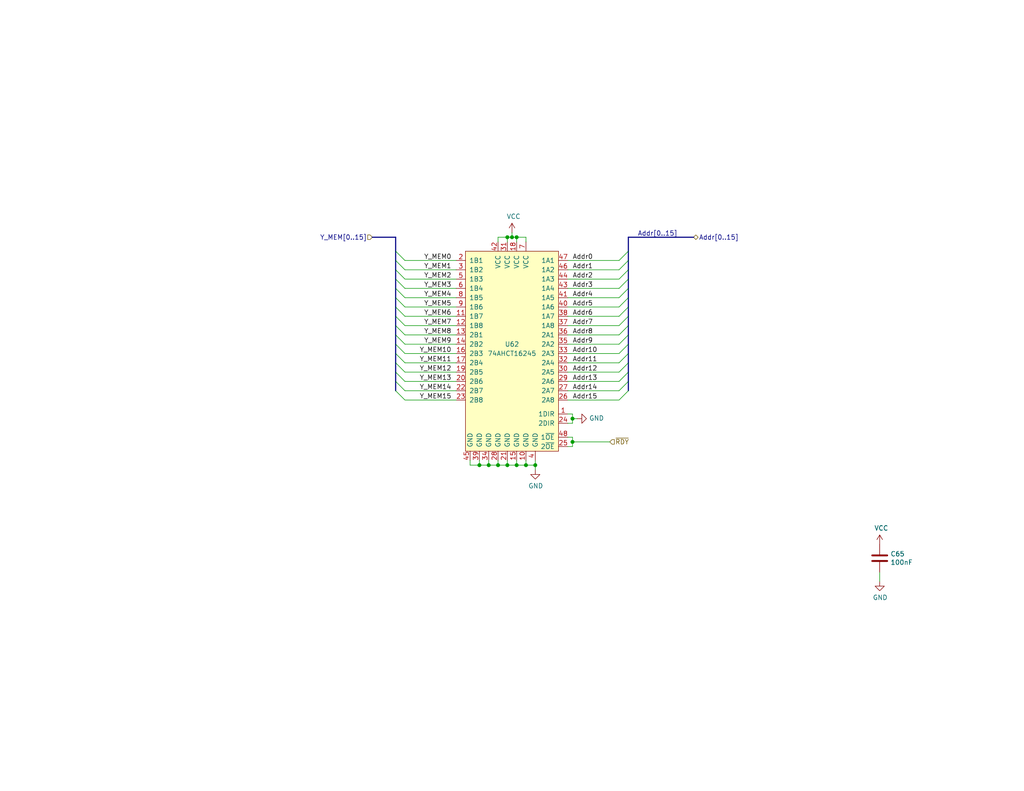
<source format=kicad_sch>
(kicad_sch (version 20211123) (generator eeschema)
  (paper "USLetter")
  (title_block (title "MEM: Buffer ALUResult") (date "2022-04-23") (rev "C") (comment 4 "Buffer the effective address before it leaves the main board."))
  (lib_symbols
    (symbol "74xx (kicad5):74AHCT16245_ba" (pin_names (offset 1.016))
      (property "Reference" "U" (at 0 1.27 0))
      (property "Value" "74AHCT16245_ba" (at 0 -1.27 0))
      (symbol "74AHCT16245_ba_0_1"
        (rectangle (start -12.7 26.67) (end 12.7 -27.94) (fill (type background)))
      )
      (symbol "74AHCT16245_ba_1_1"
        (pin input line (at -15.24 -17.78 0) (length 2.54) (name "1DIR") (number "1"))
        (pin power_in line (at -3.81 -30.48 90) (length 2.54) (name "GND") (number "10"))
        (pin input line (at 15.24 8.89 180) (length 2.54) (name "1B7") (number "11"))
        (pin input line (at 15.24 6.35 180) (length 2.54) (name "1B8") (number "12"))
        (pin input line (at 15.24 3.81 180) (length 2.54) (name "2B1") (number "13"))
        (pin input line (at 15.24 1.27 180) (length 2.54) (name "2B2") (number "14"))
        (pin power_in line (at -1.27 -30.48 90) (length 2.54) (name "GND") (number "15"))
        (pin input line (at 15.24 -1.27 180) (length 2.54) (name "2B3") (number "16"))
        (pin input line (at 15.24 -3.81 180) (length 2.54) (name "2B4") (number "17"))
        (pin power_in line (at -1.27 29.21 270) (length 2.54) (name "VCC") (number "18"))
        (pin input line (at 15.24 -6.35 180) (length 2.54) (name "2B5") (number "19"))
        (pin input line (at 15.24 24.13 180) (length 2.54) (name "1B1") (number "2"))
        (pin input line (at 15.24 -8.89 180) (length 2.54) (name "2B6") (number "20"))
        (pin power_in line (at 1.27 -30.48 90) (length 2.54) (name "GND") (number "21"))
        (pin input line (at 15.24 -11.43 180) (length 2.54) (name "2B7") (number "22"))
        (pin input line (at 15.24 -13.97 180) (length 2.54) (name "2B8") (number "23"))
        (pin input line (at -15.24 -20.32 0) (length 2.54) (name "2DIR") (number "24"))
        (pin input line (at -15.24 -26.67 0) (length 2.54) (name "2~{OE}") (number "25"))
        (pin tri_state line (at -15.24 -13.97 0) (length 2.54) (name "2A8") (number "26"))
        (pin tri_state line (at -15.24 -11.43 0) (length 2.54) (name "2A7") (number "27"))
        (pin power_in line (at 3.81 -30.48 90) (length 2.54) (name "GND") (number "28"))
        (pin tri_state line (at -15.24 -8.89 0) (length 2.54) (name "2A6") (number "29"))
        (pin input line (at 15.24 21.59 180) (length 2.54) (name "1B2") (number "3"))
        (pin tri_state line (at -15.24 -6.35 0) (length 2.54) (name "2A5") (number "30"))
        (pin power_in line (at 1.27 29.21 270) (length 2.54) (name "VCC") (number "31"))
        (pin tri_state line (at -15.24 -3.81 0) (length 2.54) (name "2A4") (number "32"))
        (pin tri_state line (at -15.24 -1.27 0) (length 2.54) (name "2A3") (number "33"))
        (pin power_in line (at 6.35 -30.48 90) (length 2.54) (name "GND") (number "34"))
        (pin tri_state line (at -15.24 1.27 0) (length 2.54) (name "2A2") (number "35"))
        (pin tri_state line (at -15.24 3.81 0) (length 2.54) (name "2A1") (number "36"))
        (pin tri_state line (at -15.24 6.35 0) (length 2.54) (name "1A8") (number "37"))
        (pin tri_state line (at -15.24 8.89 0) (length 2.54) (name "1A7") (number "38"))
        (pin power_in line (at 8.89 -30.48 90) (length 2.54) (name "GND") (number "39"))
        (pin power_in line (at -6.35 -30.48 90) (length 2.54) (name "GND") (number "4"))
        (pin tri_state line (at -15.24 11.43 0) (length 2.54) (name "1A6") (number "40"))
        (pin tri_state line (at -15.24 13.97 0) (length 2.54) (name "1A5") (number "41"))
        (pin power_in line (at 3.81 29.21 270) (length 2.54) (name "VCC") (number "42"))
        (pin tri_state line (at -15.24 16.51 0) (length 2.54) (name "1A4") (number "43"))
        (pin tri_state line (at -15.24 19.05 0) (length 2.54) (name "1A3") (number "44"))
        (pin power_in line (at 11.43 -30.48 90) (length 2.54) (name "GND") (number "45"))
        (pin tri_state line (at -15.24 21.59 0) (length 2.54) (name "1A2") (number "46"))
        (pin tri_state line (at -15.24 24.13 0) (length 2.54) (name "1A1") (number "47"))
        (pin input line (at -15.24 -24.13 0) (length 2.54) (name "1~{OE}") (number "48"))
        (pin input line (at 15.24 19.05 180) (length 2.54) (name "1B3") (number "5"))
        (pin input line (at 15.24 16.51 180) (length 2.54) (name "1B4") (number "6"))
        (pin power_in line (at -3.81 29.21 270) (length 2.54) (name "VCC") (number "7"))
        (pin input line (at 15.24 13.97 180) (length 2.54) (name "1B5") (number "8"))
        (pin input line (at 15.24 11.43 180) (length 2.54) (name "1B6") (number "9"))
      )
    )
    (symbol "Device:C" (pin_numbers hide) (pin_names (offset 0.254))
      (property "Reference" "C" (at 0.635 2.54 0))
      (property "Value" "C" (at 0.635 -2.54 0))
      (symbol "C_0_1"
        (polyline (pts (xy -2.032 -0.762) (xy 2.032 -0.762)) (stroke (width 0.508)))
        (polyline (pts (xy -2.032 0.762) (xy 2.032 0.762)) (stroke (width 0.508)))
      )
      (symbol "C_1_1"
        (pin passive line (at 0 3.81 270) (length 2.794) (name "~") (number "1"))
        (pin passive line (at 0 -3.81 90) (length 2.794) (name "~") (number "2"))
      )
    )
    (symbol "power:GND" (power) (pin_names (offset 0))
      (property "Value" "GND" (at 0 -3.81 0))
      (symbol "GND_0_1"
        (polyline (pts (xy 0 0) (xy 0 -1.27) (xy 1.27 -1.27) (xy 0 -2.54) (xy -1.27 -1.27) (xy 0 -1.27)))
      )
      (symbol "GND_1_1"
        (pin power_in line (at 0 0 270) (length 0) hide (name "GND") (number "1"))
      )
    )
    (symbol "power:VCC" (power) (pin_names (offset 0))
      (property "Value" "VCC" (at 0 3.81 0))
      (symbol "VCC_0_1"
        (polyline (pts (xy -0.762 1.27) (xy 0 2.54)))
        (polyline (pts (xy 0 0) (xy 0 2.54)))
        (polyline (pts (xy 0 2.54) (xy 0.762 1.27)))
      )
      (symbol "VCC_1_1"
        (pin power_in line (at 0 0 90) (length 0) hide (name "VCC") (number "1"))
      )
    )
  )
  (junction (at 156.21 114.3))
  (junction (at 130.81 127))
  (junction (at 138.43 64.77))
  (junction (at 138.43 127))
  (junction (at 156.21 120.65))
  (junction (at 146.05 127))
  (junction (at 135.89 127))
  (junction (at 143.51 127))
  (junction (at 140.97 64.77))
  (junction (at 139.7 64.77))
  (junction (at 140.97 127))
  (junction (at 133.35 127))
  (bus_entry (at 110.49 88.9) (size -2.54 -2.54))
  (bus_entry (at 168.91 104.14) (size 2.54 -2.54))
  (bus_entry (at 110.49 91.44) (size -2.54 -2.54))
  (bus_entry (at 168.91 81.28) (size 2.54 -2.54))
  (bus_entry (at 110.49 81.28) (size -2.54 -2.54))
  (bus_entry (at 110.49 109.22) (size -2.54 -2.54))
  (bus_entry (at 168.91 101.6) (size 2.54 -2.54))
  (bus_entry (at 168.91 91.44) (size 2.54 -2.54))
  (bus_entry (at 110.49 93.98) (size -2.54 -2.54))
  (bus_entry (at 110.49 96.52) (size -2.54 -2.54))
  (bus_entry (at 168.91 71.12) (size 2.54 -2.54))
  (bus_entry (at 110.49 73.66) (size -2.54 -2.54))
  (bus_entry (at 110.49 71.12) (size -2.54 -2.54))
  (bus_entry (at 168.91 76.2) (size 2.54 -2.54))
  (bus_entry (at 168.91 106.68) (size 2.54 -2.54))
  (bus_entry (at 110.49 101.6) (size -2.54 -2.54))
  (bus_entry (at 110.49 83.82) (size -2.54 -2.54))
  (bus_entry (at 168.91 93.98) (size 2.54 -2.54))
  (bus_entry (at 168.91 109.22) (size 2.54 -2.54))
  (bus_entry (at 168.91 99.06) (size 2.54 -2.54))
  (bus_entry (at 110.49 104.14) (size -2.54 -2.54))
  (bus_entry (at 110.49 99.06) (size -2.54 -2.54))
  (bus_entry (at 168.91 96.52) (size 2.54 -2.54))
  (bus_entry (at 110.49 86.36) (size -2.54 -2.54))
  (bus_entry (at 168.91 88.9) (size 2.54 -2.54))
  (bus_entry (at 168.91 86.36) (size 2.54 -2.54))
  (bus_entry (at 168.91 78.74) (size 2.54 -2.54))
  (bus_entry (at 110.49 76.2) (size -2.54 -2.54))
  (bus_entry (at 110.49 106.68) (size -2.54 -2.54))
  (bus_entry (at 168.91 73.66) (size 2.54 -2.54))
  (bus_entry (at 168.91 83.82) (size 2.54 -2.54))
  (bus_entry (at 110.49 78.74) (size -2.54 -2.54))
  (wire (pts (xy 135.89 66.04) (xy 135.89 64.77)))
  (wire (pts (xy 168.91 93.98) (xy 154.94 93.98)))
  (wire (pts (xy 156.21 121.92) (xy 154.94 121.92)))
  (wire (pts (xy 168.91 106.68) (xy 154.94 106.68)))
  (wire (pts (xy 168.91 71.12) (xy 154.94 71.12)))
  (wire (pts (xy 143.51 127) (xy 143.51 125.73)))
  (wire (pts (xy 138.43 66.04) (xy 138.43 64.77)))
  (wire (pts (xy 156.21 115.57) (xy 154.94 115.57)))
  (wire (pts (xy 168.91 76.2) (xy 154.94 76.2)))
  (bus (pts (xy 171.45 68.58) (xy 171.45 71.12)))
  (wire (pts (xy 146.05 128.27) (xy 146.05 127)))
  (wire (pts (xy 138.43 127) (xy 135.89 127)))
  (bus (pts (xy 171.45 86.36) (xy 171.45 88.9)))
  (wire (pts (xy 110.49 106.68) (xy 124.46 106.68)))
  (bus (pts (xy 107.95 91.44) (xy 107.95 93.98)))
  (wire (pts (xy 110.49 88.9) (xy 124.46 88.9)))
  (wire (pts (xy 168.91 86.36) (xy 154.94 86.36)))
  (wire (pts (xy 110.49 101.6) (xy 124.46 101.6)))
  (wire (pts (xy 143.51 64.77) (xy 143.51 66.04)))
  (wire (pts (xy 140.97 127) (xy 143.51 127)))
  (bus (pts (xy 107.95 71.12) (xy 107.95 73.66)))
  (bus (pts (xy 171.45 81.28) (xy 171.45 83.82)))
  (wire (pts (xy 168.91 78.74) (xy 154.94 78.74)))
  (wire (pts (xy 110.49 81.28) (xy 124.46 81.28)))
  (wire (pts (xy 110.49 78.74) (xy 124.46 78.74)))
  (wire (pts (xy 168.91 99.06) (xy 154.94 99.06)))
  (wire (pts (xy 135.89 127) (xy 135.89 125.73)))
  (wire (pts (xy 139.7 64.77) (xy 140.97 64.77)))
  (wire (pts (xy 168.91 88.9) (xy 154.94 88.9)))
  (wire (pts (xy 146.05 127) (xy 146.05 125.73)))
  (wire (pts (xy 156.21 120.65) (xy 156.21 121.92)))
  (wire (pts (xy 140.97 127) (xy 140.97 125.73)))
  (wire (pts (xy 110.49 71.12) (xy 124.46 71.12)))
  (bus (pts (xy 107.95 78.74) (xy 107.95 81.28)))
  (wire (pts (xy 110.49 86.36) (xy 124.46 86.36)))
  (bus (pts (xy 107.95 83.82) (xy 107.95 86.36)))
  (wire (pts (xy 128.27 125.73) (xy 128.27 127)))
  (wire (pts (xy 110.49 83.82) (xy 124.46 83.82)))
  (wire (pts (xy 110.49 96.52) (xy 124.46 96.52)))
  (bus (pts (xy 107.95 93.98) (xy 107.95 96.52)))
  (bus (pts (xy 107.95 104.14) (xy 107.95 106.68)))
  (wire (pts (xy 110.49 73.66) (xy 124.46 73.66)))
  (wire (pts (xy 133.35 127) (xy 135.89 127)))
  (wire (pts (xy 140.97 66.04) (xy 140.97 64.77)))
  (wire (pts (xy 154.94 113.03) (xy 156.21 113.03)))
  (bus (pts (xy 107.95 64.77) (xy 107.95 68.58)))
  (bus (pts (xy 107.95 101.6) (xy 107.95 104.14)))
  (wire (pts (xy 139.7 63.5) (xy 139.7 64.77)))
  (wire (pts (xy 168.91 96.52) (xy 154.94 96.52)))
  (bus (pts (xy 171.45 73.66) (xy 171.45 76.2)))
  (wire (pts (xy 138.43 127) (xy 138.43 125.73)))
  (bus (pts (xy 171.45 93.98) (xy 171.45 96.52)))
  (wire (pts (xy 168.91 104.14) (xy 154.94 104.14)))
  (wire (pts (xy 154.94 119.38) (xy 156.21 119.38)))
  (wire (pts (xy 168.91 101.6) (xy 154.94 101.6)))
  (bus (pts (xy 171.45 78.74) (xy 171.45 81.28)))
  (bus (pts (xy 107.95 81.28) (xy 107.95 83.82)))
  (wire (pts (xy 166.37 120.65) (xy 156.21 120.65)))
  (bus (pts (xy 107.95 76.2) (xy 107.95 78.74)))
  (wire (pts (xy 168.91 91.44) (xy 154.94 91.44)))
  (bus (pts (xy 107.95 86.36) (xy 107.95 88.9)))
  (wire (pts (xy 156.21 114.3) (xy 156.21 115.57)))
  (wire (pts (xy 156.21 119.38) (xy 156.21 120.65)))
  (bus (pts (xy 171.45 99.06) (xy 171.45 101.6)))
  (bus (pts (xy 171.45 71.12) (xy 171.45 73.66)))
  (wire (pts (xy 130.81 127) (xy 133.35 127)))
  (wire (pts (xy 130.81 125.73) (xy 130.81 127)))
  (wire (pts (xy 168.91 83.82) (xy 154.94 83.82)))
  (wire (pts (xy 156.21 113.03) (xy 156.21 114.3)))
  (bus (pts (xy 171.45 91.44) (xy 171.45 93.98)))
  (bus (pts (xy 171.45 76.2) (xy 171.45 78.74)))
  (wire (pts (xy 135.89 64.77) (xy 138.43 64.77)))
  (bus (pts (xy 107.95 99.06) (xy 107.95 101.6)))
  (bus (pts (xy 171.45 88.9) (xy 171.45 91.44)))
  (wire (pts (xy 138.43 64.77) (xy 139.7 64.77)))
  (wire (pts (xy 110.49 104.14) (xy 124.46 104.14)))
  (wire (pts (xy 110.49 93.98) (xy 124.46 93.98)))
  (bus (pts (xy 171.45 104.14) (xy 171.45 106.68)))
  (bus (pts (xy 107.95 73.66) (xy 107.95 76.2)))
  (wire (pts (xy 128.27 127) (xy 130.81 127)))
  (wire (pts (xy 140.97 127) (xy 138.43 127)))
  (wire (pts (xy 168.91 109.22) (xy 154.94 109.22)))
  (wire (pts (xy 110.49 109.22) (xy 124.46 109.22)))
  (wire (pts (xy 140.97 64.77) (xy 143.51 64.77)))
  (bus (pts (xy 171.45 64.77) (xy 171.45 68.58)))
  (wire (pts (xy 110.49 99.06) (xy 124.46 99.06)))
  (bus (pts (xy 107.95 88.9) (xy 107.95 91.44)))
  (bus (pts (xy 107.95 68.58) (xy 107.95 71.12)))
  (wire (pts (xy 168.91 73.66) (xy 154.94 73.66)))
  (bus (pts (xy 171.45 96.52) (xy 171.45 99.06)))
  (wire (pts (xy 133.35 125.73) (xy 133.35 127)))
  (wire (pts (xy 110.49 91.44) (xy 124.46 91.44)))
  (wire (pts (xy 143.51 127) (xy 146.05 127)))
  (wire (pts (xy 157.48 114.3) (xy 156.21 114.3)))
  (bus (pts (xy 171.45 83.82) (xy 171.45 86.36)))
  (bus (pts (xy 171.45 101.6) (xy 171.45 104.14)))
  (wire (pts (xy 110.49 76.2) (xy 124.46 76.2)))
  (bus (pts (xy 107.95 96.52) (xy 107.95 99.06)))
  (bus (pts (xy 107.95 64.77) (xy 101.6 64.77)))
  (wire (pts (xy 168.91 81.28) (xy 154.94 81.28)))
  (wire (pts (xy 240.03 158.75) (xy 240.03 156.21)))
  (bus (pts (xy 171.45 64.77) (xy 189.23 64.77)))
  (label "Y_MEM3" (at 123.19 78.74 180))
  (label "Y_MEM15" (at 123.19 109.22 180))
  (label "Addr12" (at 156.21 101.6 0))
  (label "Y_MEM10" (at 123.19 96.52 180))
  (label "Y_MEM1" (at 123.19 73.66 180))
  (label "Addr10" (at 156.21 96.52 0))
  (label "Y_MEM0" (at 123.19 71.12 180))
  (label "Y_MEM14" (at 123.19 106.68 180))
  (label "Addr5" (at 156.21 83.82 0))
  (label "Y_MEM13" (at 123.19 104.14 180))
  (label "Y_MEM2" (at 123.19 76.2 180))
  (label "Addr9" (at 156.21 93.98 0))
  (label "Addr15" (at 156.21 109.22 0))
  (label "Addr11" (at 156.21 99.06 0))
  (label "Y_MEM7" (at 123.19 88.9 180))
  (label "Addr13" (at 156.21 104.14 0))
  (label "Addr[0..15]" (at 173.99 64.77 0))
  (label "Y_MEM8" (at 123.19 91.44 180))
  (label "Y_MEM12" (at 123.19 101.6 180))
  (label "Y_MEM9" (at 123.19 93.98 180))
  (label "Y_MEM6" (at 123.19 86.36 180))
  (label "Addr8" (at 156.21 91.44 0))
  (label "Addr3" (at 156.21 78.74 0))
  (label "Addr4" (at 156.21 81.28 0))
  (label "Y_MEM4" (at 123.19 81.28 180))
  (label "Addr1" (at 156.21 73.66 0))
  (label "Addr14" (at 156.21 106.68 0))
  (label "Y_MEM5" (at 123.19 83.82 180))
  (label "Y_MEM11" (at 123.19 99.06 180))
  (label "Addr6" (at 156.21 86.36 0))
  (label "Addr2" (at 156.21 76.2 0))
  (label "Addr0" (at 156.21 71.12 0))
  (label "Addr7" (at 156.21 88.9 0))
  (hierarchical_label "Addr[0..15]" (shape tri_state) (at 189.23 64.77 0))
  (hierarchical_label "~{RDY}" (shape input) (at 166.37 120.65 0))
  (hierarchical_label "Y_MEM[0..15]" (shape input) (at 101.6 64.77 180))
  (symbol (lib_id "Device:C") (at 240.03 152.4 0) (unit 1)
    (property "Reference" "C65" (at 242.951 151.2316 0) (effects (justify left)))
    (property "Value" "100nF" (at 242.951 153.543 0) (effects (justify left)))
    (property "Footprint" "Capacitor_SMD:C_0603_1608Metric_Pad1.08x0.95mm_HandSolder" (effects hide))
    (property "Mouser" "https://www.mouser.com/ProductDetail/963-EMK107B7104KAHT" (effects hide))
  )
  (symbol (lib_id "power:VCC") (at 240.03 148.59 0) (unit 1)
    (property "Reference" "#PWR0370" (effects hide))
    (property "Value" "VCC" (at 240.4618 144.1958 0))
  )
  (symbol (lib_id "power:GND") (at 240.03 158.75 0) (unit 1)
    (property "Reference" "#PWR0371" (effects hide))
    (property "Value" "GND" (at 240.157 163.1442 0))
  )
  (symbol (lib_id "power:GND") (at 157.48 114.3 90) (unit 1)
    (property "Reference" "#PWR0369" (effects hide))
    (property "Value" "GND" (at 160.7312 114.173 90) (effects (justify right)))
  )
  (symbol (lib_id "74xx (kicad5):74AHCT16245_ba") (at 139.7 95.25 0) (mirror y) (unit 1)
    (property "Reference" "U62" (at 139.7 93.98 0))
    (property "Value" "74AHCT16245" (at 139.7 96.52 0))
    (property "Footprint" "Package_SO:TSSOP-48_6.1x12.5mm_P0.5mm" (effects hide))
    (property "Datasheet" "https://www.ti.com/lit/ds/symlink/sn74ahct16245.pdf?HQS=dis-mous-null-mousermode-dsf-pf-null-wwe&ts=1617319205092" (effects hide))
    (property "Mouser" "https://www.mouser.com/ProductDetail/Texas-Instruments/74AHCT16245DLRG4?qs=%2Fha2pyFaduixTLlQ%252B3rIFW8KDPMe6E5CxoQ2Fc519Y9S5BWJ%252B%2FVWeIYQshP1VtN3&utm_source=octopart&utm_medium=aggregator&utm_campaign=595-74AHCT16245DLRG4&utm_content=Texas%20Instruments" (effects hide))
  )
  (symbol (lib_id "power:GND") (at 146.05 128.27 0) (unit 1)
    (property "Reference" "#PWR0368" (effects hide))
    (property "Value" "GND" (at 146.177 132.6642 0))
  )
  (symbol (lib_id "power:VCC") (at 139.7 63.5 0) (unit 1)
    (property "Reference" "#PWR0367" (effects hide))
    (property "Value" "VCC" (at 140.1318 59.1058 0))
  )
)
</source>
